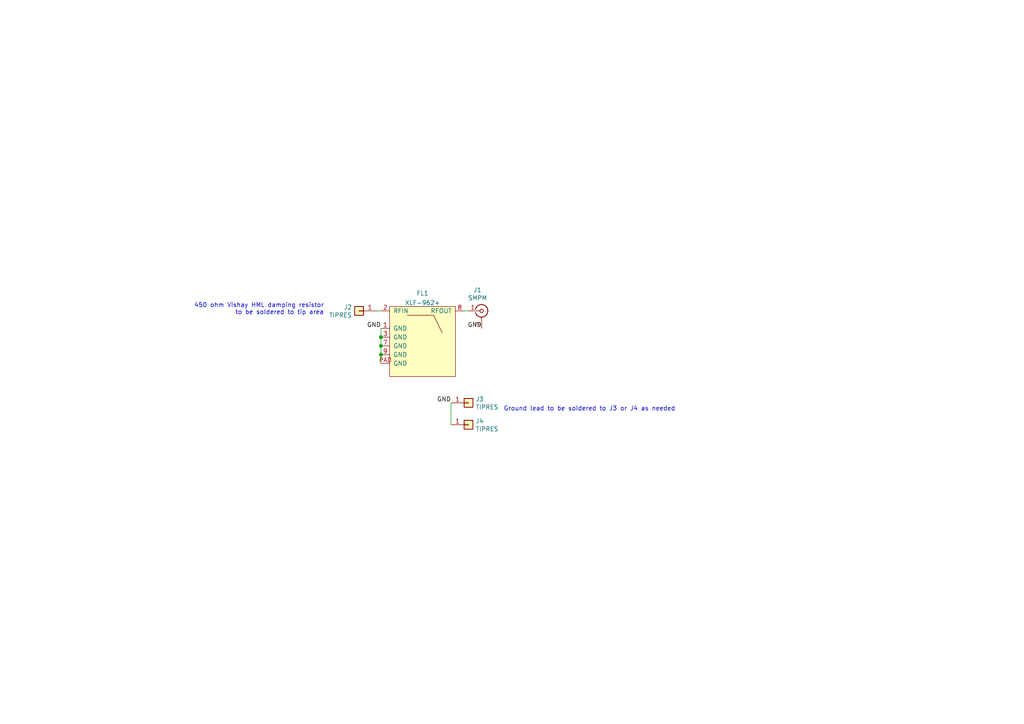
<source format=kicad_sch>
(kicad_sch (version 20211123) (generator eeschema)
  (paper "A4")
  (title_block (title "AKL-PT5") (date "2022-08-05") (rev "0.8") (company "Antikernel Labs") (comment 1 "Andrew D. Zonenberg"))
  (lib_symbols
    (symbol "Connector:Conn_01x01" (pin_names (offset 1.016) hide)
      (property "Reference" "J" (at 0 2.54 0))
      (property "Value" "Connector_Conn_01x01" (at 0 -2.54 0))
      (symbol "Conn_01x01_1_1"
        (rectangle (start -1.27 0.127) (end 0 -0.127) (stroke (width 0.1524)))
        (rectangle (start -1.27 1.27) (end 1.27 -1.27) (stroke (width 0.254)) (fill (type background)))
        (pin passive line (at -5.08 0 0) (length 3.81) (name "Pin_1") (number "1"))
      )
    )
    (symbol "Connector:Conn_Coaxial" (pin_names (offset 1.016) hide)
      (property "Reference" "J" (at 0.254 3.048 0))
      (property "Value" "Connector_Conn_Coaxial" (at 2.921 0 90))
      (symbol "Conn_Coaxial_0_1"
        (arc (start -1.778 -0.508) (mid 0.222 -1.808) (end 1.778 0) (stroke (width 0.254)))
        (polyline (pts (xy -1.27 0) (xy -0.508 0)))
        (polyline (pts (xy 0 -2.54) (xy 0 -1.778)))
        (circle (center 0 0) (radius 0.508) (stroke (width 0.2032)))
        (arc (start 1.778 0) (mid 0.222 1.8083) (end -1.778 0.508) (stroke (width 0.254)))
      )
      (symbol "Conn_Coaxial_1_1"
        (pin passive line (at -3.81 0 0) (length 2.54) (name "In") (number "1"))
        (pin passive line (at 0 -5.08 90) (length 2.54) (name "Ext") (number "2"))
      )
    )
    (symbol "analog-azonenberg:FILTER_MINICIRCUITS_XLF" (pin_names (offset 1.016))
      (property "Reference" "FL" (at 0 -1.27 0))
      (property "Value" "FILTER_MINICIRCUITS_XLF" (at 0 -3.81 0))
      (symbol "FILTER_MINICIRCUITS_XLF_0_1"
        (rectangle (start -10.16 20.32) (end 8.89 0) (fill (type background)))
        (polyline (pts (xy -5.08 17.78) (xy 2.54 17.78) (xy 5.08 12.7)))
      )
      (symbol "FILTER_MINICIRCUITS_XLF_1_1"
        (pin power_in line (at -12.7 13.97 0) (length 2.54) (name "GND") (number "1"))
        (pin input line (at -12.7 19.05 0) (length 2.54) (name "RFIN") (number "2"))
        (pin power_in line (at -12.7 11.43 0) (length 2.54) (name "GND") (number "3"))
        (pin power_in line (at -12.7 8.89 0) (length 2.54) (name "GND") (number "7"))
        (pin output line (at 11.43 19.05 180) (length 2.54) (name "RFOUT") (number "8"))
        (pin power_in line (at -12.7 6.35 0) (length 2.54) (name "GND") (number "9"))
        (pin power_in line (at -12.7 3.81 0) (length 2.54) (name "GND") (number "PAD"))
      )
    )
  )
  (junction (at 110.49 97.79))
  (junction (at 110.49 102.87))
  (junction (at 110.49 100.33))
  (wire (pts (xy 110.49 102.87) (xy 110.49 105.41)))
  (wire (pts (xy 110.49 97.79) (xy 110.49 100.33)))
  (wire (pts (xy 135.89 90.17) (xy 134.62 90.17)))
  (wire (pts (xy 110.49 100.33) (xy 110.49 102.87)))
  (wire (pts (xy 110.49 95.25) (xy 110.49 97.79)))
  (wire (pts (xy 130.81 116.84) (xy 130.81 123.19)))
  (wire (pts (xy 110.49 90.17) (xy 109.22 90.17)))
  (text "450 ohm Vishay HML damping resistor\nto be soldered to tip area" (at 93.98 91.44 0) (effects (font (size 1.27 1.27)) (justify right bottom)))
  (text "Ground lead to be soldered to J3 or J4 as needed" (at 146.05 119.38 0) (effects (font (size 1.27 1.27)) (justify left bottom)))
  (label "GND" (at 139.7 95.25 180))
  (label "GND" (at 110.49 95.25 180))
  (label "GND" (at 130.81 116.84 180))
  (symbol (lib_id "Connector:Conn_Coaxial") (at 139.7 90.17 0) (unit 1)
    (property "Reference" "J1" (at 138.5062 84.1248 0))
    (property "Value" "SMPM" (at 138.5062 86.4362 0))
    (property "Footprint" "azonenberg_pcb:CONN_SMPM_AMPHENOL_925-169J-51PT_SHORT" (effects hide))
  )
  (symbol (lib_id "Connector:Conn_01x01") (at 104.14 90.17 0) (mirror y) (unit 1)
    (property "Reference" "J2" (at 102.108 89.1032 0) (effects (justify left)))
    (property "Value" "TIPRES" (at 102.108 91.4146 0) (effects (justify left)))
    (property "Footprint" "azonenberg_pcb:EDGELAUNCH_350UM" (effects hide))
  )
  (symbol (lib_id "Connector:Conn_01x01") (at 135.89 116.84 0) (unit 1)
    (property "Reference" "J3" (at 137.922 115.7732 0) (effects (justify left)))
    (property "Value" "TIPRES" (at 137.922 118.0846 0) (effects (justify left)))
    (property "Footprint" "azonenberg_pcb:EDGELAUNCH_350UM" (effects hide))
  )
  (symbol (lib_id "Connector:Conn_01x01") (at 135.89 123.19 0) (unit 1)
    (property "Reference" "J4" (at 137.922 122.1232 0) (effects (justify left)))
    (property "Value" "TIPRES" (at 137.922 124.4346 0) (effects (justify left)))
    (property "Footprint" "azonenberg_pcb:EDGELAUNCH_350UM" (effects hide))
  )
  (symbol (lib_id "analog-azonenberg:FILTER_MINICIRCUITS_XLF") (at 123.19 109.22 0) (unit 1)
    (property "Reference" "FL1" (at 122.555 85.0605 0))
    (property "Value" "XLF-962+" (at 122.555 87.8356 0))
    (property "Footprint" "azonenberg_pcb:QFN_12_0.5MM_3x3MM" (effects hide))
  )
)
</source>
